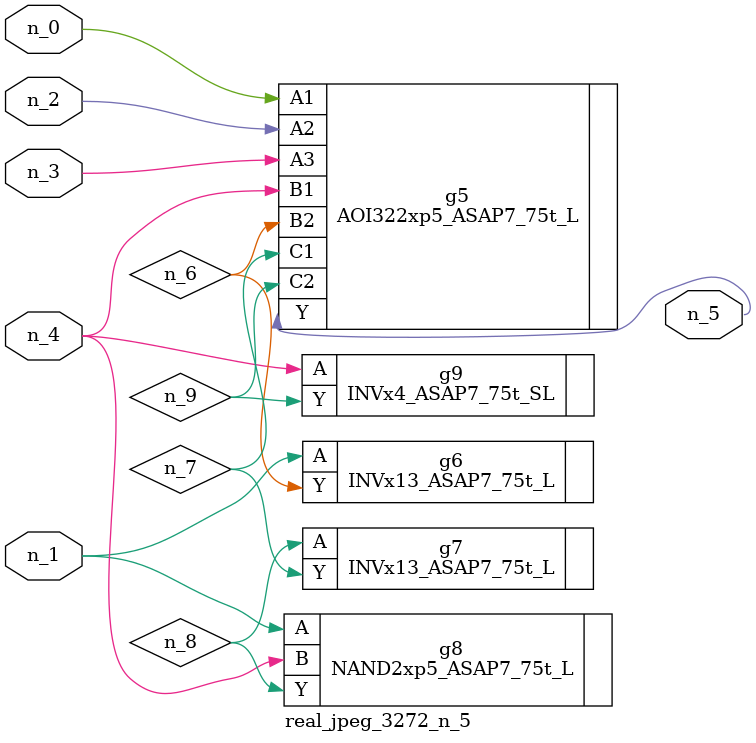
<source format=v>
module real_jpeg_3272_n_5 (n_4, n_0, n_1, n_2, n_3, n_5);

input n_4;
input n_0;
input n_1;
input n_2;
input n_3;

output n_5;

wire n_8;
wire n_6;
wire n_7;
wire n_9;

AOI322xp5_ASAP7_75t_L g5 ( 
.A1(n_0),
.A2(n_2),
.A3(n_3),
.B1(n_4),
.B2(n_6),
.C1(n_7),
.C2(n_9),
.Y(n_5)
);

INVx13_ASAP7_75t_L g6 ( 
.A(n_1),
.Y(n_6)
);

NAND2xp5_ASAP7_75t_L g8 ( 
.A(n_1),
.B(n_4),
.Y(n_8)
);

INVx4_ASAP7_75t_SL g9 ( 
.A(n_4),
.Y(n_9)
);

INVx13_ASAP7_75t_L g7 ( 
.A(n_8),
.Y(n_7)
);


endmodule
</source>
